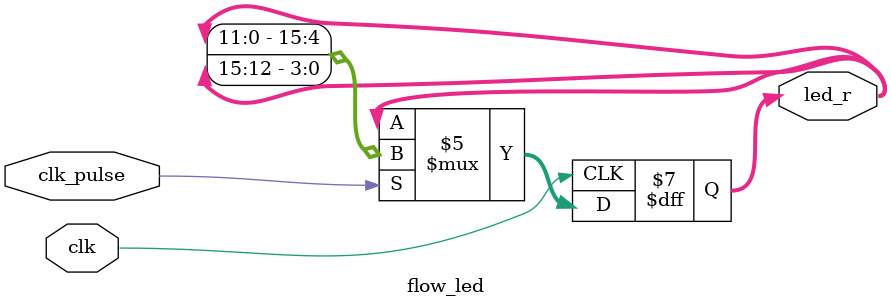
<source format=v>
`timescale 1ns / 1ps


module flow_led
(
	input clk,
	input clk_pulse,		// 100Mhz
	output reg [15:0] led_r
);

reg [15:0] led_r = 16'h000f;

always @(posedge clk) begin
	if(clk_pulse == 1)
		led_r <= {led_r[11:0], led_r[15:12]};
	else
		led_r <= led_r;
end

endmodule

</source>
